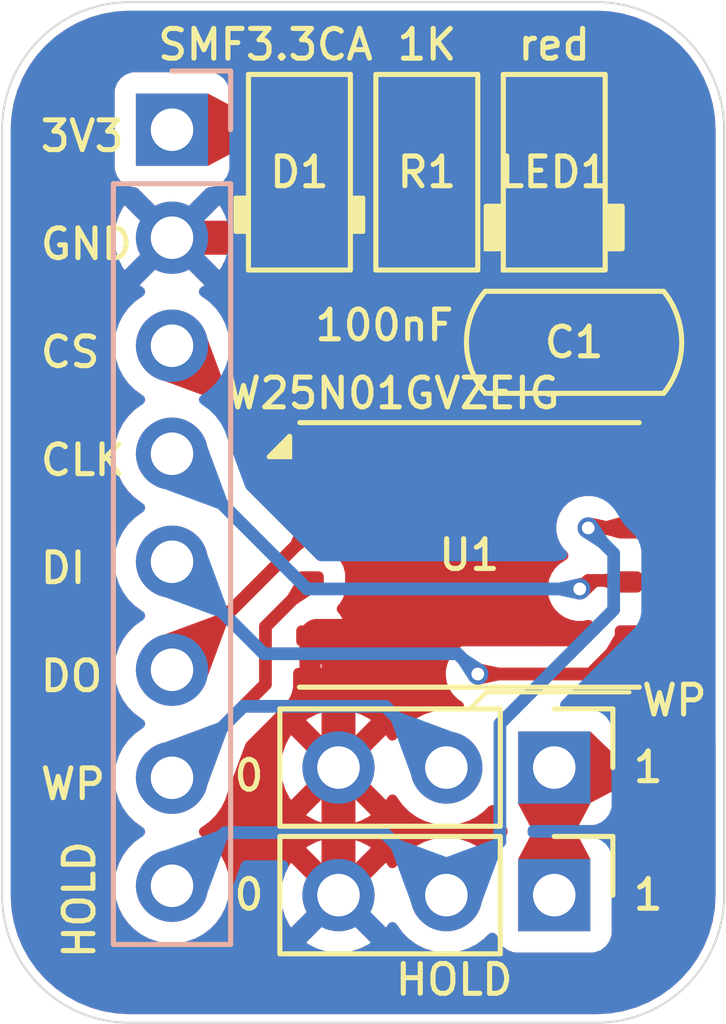
<source format=kicad_pcb>
(kicad_pcb (version 20241229) (generator "pcbnew") (generator_version "9.0")
  (layers (0 "F.Cu" signal) (2 "B.Cu" signal) (13 "F.Paste" user) (15 "B.Paste" user) (5 "F.SilkS" user "F.Silkscreen") (7 "B.SilkS" user "B.Silkscreen") (1 "F.Mask" user) (3 "B.Mask" user) (25 "Edge.Cuts" user))
  (net 0 "")
  (net 1 "+3.3V")
  (net 2 "GND")
  (net 3 "/CLK")
  (net 4 "/DO")
  (net 5 "/DI")
  (net 6 "/CS")
  (net 7 "Net-(LED1-A)")
  (net 8 "/WP")
  (net 9 "/HOLD")
  (footprint "PCM_Resistor_SMD_AKL:R_1206_3216Metric" (layer "F.Cu") (at 109 67 90)
    (property "Reference" "R1" (at 0 0 0) (layer "F.SilkS") (effects (font (size 0.7 0.7) (thickness 0.12))))
    (property "Value" "1K" (at 3 0 180) (layer "F.SilkS") (effects (font (size 0.7 0.7) (thickness 0.12))))
    (fp_line (start 2.3 -1.2) (end -2.3 -1.2) (stroke (width 0.12)) (layer "F.SilkS"))
    (fp_line (start -2.3 -1.2) (end -2.3 1.2) (stroke (width 0.12)) (layer "F.SilkS"))
    (fp_line (start 2.3 1.2) (end 2.3 -1.2) (stroke (width 0.12)) (layer "F.SilkS"))
    (fp_line (start -2.3 1.2) (end 2.3 1.2) (stroke (width 0.12)) (layer "F.SilkS"))
    (pad "1" smd roundrect (at -1.4625 0 90) (size 1.125 1.75) (layers "F.Cu" "F.Mask" "F.Paste") (roundrect_rratio 0.222222) (net 1 "+3.3V"))
    (pad "2" smd roundrect (at 1.4625 0 90) (size 1.125 1.75) (layers "F.Cu" "F.Mask" "F.Paste") (roundrect_rratio 0.222222) (net 7 "Net-(LED1-A)"))
  )
  (footprint "PCM_Diode_SMD_AKL:D_SOD-123F" (layer "F.Cu") (at 106 67 90)
    (property "Reference" "D1" (at 0 0 180) (layer "F.SilkS") (effects (font (size 0.7 0.7) (thickness 0.12))))
    (property "Value" "SMF3.3CA" (at 3 -0.8 0) (layer "F.SilkS") (effects (font (size 0.7 0.7) (thickness 0.12))))
    (fp_line (start 2.3 -1.2) (end -2.3 -1.2) (stroke (width 0.12)) (layer "F.SilkS"))
    (fp_line (start -2.3 -1.2) (end -2.3 1.2) (stroke (width 0.12)) (layer "F.SilkS"))
    (fp_line (start 2.3 1.2) (end 2.3 -1.2) (stroke (width 0.12)) (layer "F.SilkS"))
    (fp_line (start -2.3 1.2) (end 2.3 1.2) (stroke (width 0.12)) (layer "F.SilkS"))
    (fp_poly (pts (xy -0.6 -1.2) (xy -1.4 -1.2) (xy -1.4 -1.5) (xy -0.6 -1.5)) (stroke (width 0.1)) (fill yes) (layer "F.SilkS"))
    (fp_poly (pts (xy -0.6 1.5) (xy -1.4 1.5) (xy -1.4 1.2) (xy -0.6 1.2)) (stroke (width 0.1)) (fill yes) (layer "F.SilkS"))
    (pad "1" smd roundrect (at -1.4 0 90) (size 1.1 1.1) (layers "F.Cu" "F.Mask" "F.Paste") (roundrect_rratio 0.2272727273) (net 2 "GND"))
    (pad "2" smd roundrect (at 1.4 0 90) (size 1.1 1.1) (layers "F.Cu" "F.Mask" "F.Paste") (roundrect_rratio 0.2272727273) (net 1 "+3.3V"))
  )
  (footprint "Package_SON:WSON-8-1EP_8x6mm_P1.27mm_EP3.4x4.3mm" (layer "F.Cu") (at 110 76)
    (property "Reference" "U1" (at 0 0 0) (layer "F.SilkS") (effects (font (size 0.7 0.7) (thickness 0.12) (bold yes))))
    (property "Value" "W25N01GVZEIG" (at -1.8 -3.8 0) (layer "F.SilkS") (effects (font (size 0.7 0.7) (thickness 0.12))))
    (fp_line (start -4 3.11) (end 4 3.11) (stroke (width 0.12)) (layer "F.SilkS"))
    (fp_line (start -3.99 -3.11) (end 4 -3.11) (stroke (width 0.12)) (layer "F.SilkS"))
    (fp_poly (pts (xy -4.23 -2.31) (xy -4.71 -2.31) (xy -4.23 -2.79)) (stroke (width 0.12)) (fill yes) (layer "F.SilkS"))
    (pad "1" smd roundrect (at -3.75 -1.905) (size 0.65 0.5) (layers "F.Cu" "F.Mask" "F.Paste") (net 6 "/CS"))
    (pad "2" smd roundrect (at -3.75 -0.635) (size 0.65 0.5) (layers "F.Cu" "F.Mask" "F.Paste") (net 4 "/DO"))
    (pad "3" smd roundrect (at -3.75 0.635) (size 0.65 0.5) (layers "F.Cu" "F.Mask" "F.Paste") (net 8 "/WP"))
    (pad "4" smd roundrect (at -3.75 1.905) (size 0.65 0.5) (layers "F.Cu" "F.Mask" "F.Paste") (net 2 "GND"))
    (pad "5" smd roundrect (at 3.75 1.905) (size 0.65 0.5) (layers "F.Cu" "F.Mask" "F.Paste") (net 5 "/DI"))
    (pad "6" smd roundrect (at 3.75 0.635) (size 0.65 0.5) (layers "F.Cu" "F.Mask" "F.Paste") (net 3 "/CLK"))
    (pad "7" smd roundrect (at 3.75 -0.635) (size 0.65 0.5) (layers "F.Cu" "F.Mask" "F.Paste") (net 9 "/HOLD"))
    (pad "8" smd roundrect (at 3.75 -1.905) (size 0.65 0.5) (layers "F.Cu" "F.Mask" "F.Paste") (net 1 "+3.3V"))
    (pad "9" smd rect (at 0 0) (size 3.4 4.3) (property pad_prop_heatsink) (layers "F.Cu" "F.Mask") (net 2 "GND"))
  )
  (footprint "PCM_LED_SMD_AKL:LED_1206_3216Metric" (layer "F.Cu") (at 112 67 90)
    (property "Reference" "LED1" (at 0 0 0) (layer "F.SilkS") (effects (font (size 0.7 0.7) (thickness 0.12))))
    (property "Value" "red" (at 3 0 180) (layer "F.SilkS") (effects (font (size 0.7 0.7) (thickness 0.12))))
    (fp_rect (start -1.8 -1.6) (end -0.8 -1.2) (stroke (width 0.12)) (fill yes) (layer "F.SilkS"))
    (fp_rect (start -2.3 -1.2) (end 2.3 1.2) (stroke (width 0.12)) (fill no) (layer "F.SilkS"))
    (fp_rect (start -1.8 1.2) (end -0.8 1.6) (stroke (width 0.12)) (fill yes) (layer "F.SilkS"))
    (pad "1" smd roundrect (at -1.4 0 90) (size 1.25 1.75) (layers "F.Cu" "F.Mask" "F.Paste") (roundrect_rratio 0.2) (net 2 "GND"))
    (pad "2" smd roundrect (at 1.4 0 90) (size 1.25 1.75) (layers "F.Cu" "F.Mask" "F.Paste") (roundrect_rratio 0.2) (net 7 "Net-(LED1-A)"))
  )
  (footprint "PCM_Capacitor_SMD_AKL:C_1206_3216Metric" (layer "F.Cu") (at 112.475 71 180)
    (property "Reference" "C1" (at 0.007669 0 180) (layer "F.SilkS") (effects (font (size 0.7 0.7) (thickness 0.12))))
    (property "Value" "100nF" (at 4.475 0.4 0) (layer "F.SilkS") (effects (font (size 0.7 0.7) (thickness 0.12))))
    (fp_line (start 2.1 -1.2) (end -2.1 -1.2) (stroke (width 0.12)) (layer "F.SilkS"))
    (fp_line (start -2.1 1.2) (end 2.1 1.2) (stroke (width 0.12)) (layer "F.SilkS"))
    (fp_arc (start 2.1 -1.2) (mid 2.541962 0) (end 2.1 1.2) (stroke (width 0.12)) (layer "F.SilkS"))
    (fp_arc (start -2.1 1.2) (mid -2.526625 0) (end -2.1 -1.2) (stroke (width 0.12)) (layer "F.SilkS"))
    (pad "1" smd roundrect (at -1.475 0 180) (size 1.15 1.8) (layers "F.Cu" "F.Mask" "F.Paste") (roundrect_rratio 0.217391) (net 1 "+3.3V"))
    (pad "2" smd roundrect (at 1.475 0 180) (size 1.15 1.8) (layers "F.Cu" "F.Mask" "F.Paste") (roundrect_rratio 0.217391) (net 2 "GND"))
  )
  (footprint "Connector_PinHeader_2.54mm:PinHeader_1x03_P2.54mm_Vertical" (layer "F.Cu") (at 112 84 -90)
    (property "Reference" "J3" (hide yes))
    (property "Value" "Conn_01x03" (hide yes))
    (fp_line (start -1.38 6.46) (end 1.38 6.46) (stroke (width 0.12)) (layer "F.SilkS"))
    (fp_line (start -1.38 1.27) (end -1.38 6.46) (stroke (width 0.12)) (layer "F.SilkS"))
    (fp_line (start -1.38 1.27) (end 1.38 1.27) (stroke (width 0.12)) (layer "F.SilkS"))
    (fp_line (start 1.38 1.27) (end 1.38 6.46) (stroke (width 0.12)) (layer "F.SilkS"))
    (fp_line (start -1.38 0) (end -1.38 -1.38) (stroke (width 0.12)) (layer "F.SilkS"))
    (fp_line (start -1.38 -1.38) (end 0 -1.38) (stroke (width 0.12)) (layer "F.SilkS"))
    (pad "1" thru_hole rect (at 0 0 270) (size 1.7 1.7) (drill 1) (layers "*.Cu" "*.Mask") (net 1 "+3.3V"))
    (pad "2" thru_hole circle (at 0 2.54 270) (size 1.7 1.7) (drill 1) (layers "*.Cu" "*.Mask") (net 9 "/HOLD"))
    (pad "3" thru_hole circle (at 0 5.08 270) (size 1.7 1.7) (drill 1) (layers "*.Cu" "*.Mask") (net 2 "GND"))
  )
  (footprint "Connector_PinHeader_2.54mm:PinHeader_1x03_P2.54mm_Vertical" (layer "F.Cu") (at 112 81 -90)
    (property "Reference" "J2" (hide yes))
    (property "Value" "Conn_01x03" (hide yes))
    (fp_line (start -1.38 6.46) (end 1.38 6.46) (stroke (width 0.12)) (layer "F.SilkS"))
    (fp_line (start -1.38 1.27) (end -1.38 6.46) (stroke (width 0.12)) (layer "F.SilkS"))
    (fp_line (start -1.38 1.27) (end 1.38 1.27) (stroke (width 0.12)) (layer "F.SilkS"))
    (fp_line (start 1.38 1.27) (end 1.38 6.46) (stroke (width 0.12)) (layer "F.SilkS"))
    (fp_line (start -1.38 0) (end -1.38 -1.38) (stroke (width 0.12)) (layer "F.SilkS"))
    (fp_line (start -1.38 -1.38) (end 0 -1.38) (stroke (width 0.12)) (layer "F.SilkS"))
    (pad "1" thru_hole rect (at 0 0 270) (size 1.7 1.7) (drill 1) (layers "*.Cu" "*.Mask") (net 1 "+3.3V"))
    (pad "2" thru_hole circle (at 0 2.54 270) (size 1.7 1.7) (drill 1) (layers "*.Cu" "*.Mask") (net 8 "/WP"))
    (pad "3" thru_hole circle (at 0 5.08 270) (size 1.7 1.7) (drill 1) (layers "*.Cu" "*.Mask") (net 2 "GND"))
  )
  (footprint "Connector_PinHeader_2.54mm:PinHeader_1x08_P2.54mm_Vertical" (layer "B.Cu") (at 103 66 180)
    (property "Reference" "J1" (hide yes))
    (property "Value" "Conn_01x08" (hide yes))
    (fp_line (start 1.38 -1.27) (end 1.38 -19.16) (stroke (width 0.12)) (layer "B.SilkS"))
    (fp_line (start -1.38 1.38) (end 0 1.38) (stroke (width 0.12)) (layer "B.SilkS"))
    (fp_line (start -1.38 0) (end -1.38 1.38) (stroke (width 0.12)) (layer "B.SilkS"))
    (fp_line (start -1.38 -1.27) (end 1.38 -1.27) (stroke (width 0.12)) (layer "B.SilkS"))
    (fp_line (start -1.38 -1.27) (end -1.38 -19.16) (stroke (width 0.12)) (layer "B.SilkS"))
    (fp_line (start -1.38 -19.16) (end 1.38 -19.16) (stroke (width 0.12)) (layer "B.SilkS"))
    (pad "1" thru_hole rect (at 0 0 180) (size 1.7 1.7) (drill 1) (layers "*.Cu" "*.Mask") (net 1 "+3.3V"))
    (pad "2" thru_hole circle (at 0 -2.54 180) (size 1.7 1.7) (drill 1) (layers "*.Cu" "*.Mask") (net 2 "GND"))
    (pad "3" thru_hole circle (at 0 -5.08 180) (size 1.7 1.7) (drill 1) (layers "*.Cu" "*.Mask") (net 6 "/CS"))
    (pad "4" thru_hole circle (at 0 -7.62 180) (size 1.7 1.7) (drill 1) (layers "*.Cu" "*.Mask") (net 3 "/CLK"))
    (pad "5" thru_hole circle (at 0 -10.16 180) (size 1.7 1.7) (drill 1) (layers "*.Cu" "*.Mask") (net 5 "/DI"))
    (pad "6" thru_hole circle (at 0 -12.7 180) (size 1.7 1.7) (drill 1) (layers "*.Cu" "*.Mask") (net 4 "/DO"))
    (pad "7" thru_hole circle (at 0 -15.24 180) (size 1.7 1.7) (drill 1) (layers "*.Cu" "*.Mask") (net 8 "/WP"))
    (pad "8" thru_hole circle (at 0 -17.78 180) (size 1.7 1.7) (drill 1) (layers "*.Cu" "*.Mask") (net 9 "/HOLD"))
  )
  (gr_line (start 113.77 79.23) (end 110.4 79.23) (stroke (width 0.1)) (layer "F.SilkS"))
  (gr_line (start 110.4 79.23) (end 110.03 79.6) (stroke (width 0.1)) (layer "F.SilkS"))
  (gr_arc (start 113 63) (mid 115.12132 63.87868) (end 116 66) (stroke (width 0.05)) (layer "Edge.Cuts"))
  (gr_line (start 113 87) (end 102 87) (stroke (width 0.05)) (layer "Edge.Cuts"))
  (gr_line (start 99 84) (end 99 66) (stroke (width 0.05)) (layer "Edge.Cuts"))
  (gr_arc (start 99 66) (mid 99.87868 63.87868) (end 102 63) (stroke (width 0.05)) (layer "Edge.Cuts"))
  (gr_line (start 102 63) (end 113 63) (stroke (width 0.05)) (layer "Edge.Cuts"))
  (gr_arc (start 116 84) (mid 115.12132 86.12132) (end 113 87) (stroke (width 0.05)) (layer "Edge.Cuts"))
  (gr_arc (start 102 87) (mid 99.87868 86.12132) (end 99 84) (stroke (width 0.05)) (layer "Edge.Cuts"))
  (gr_line (start 116 66) (end 116 84) (stroke (width 0.05)) (layer "Edge.Cuts"))
  (gr_text "0" (at 104.4 81.6 0) (layer "F.SilkS") (effects (font (size 0.7 0.7) (thickness 0.12) (bold yes)) (justify left bottom)))
  (gr_text "1" (at 113.8 81.4 0) (layer "F.SilkS") (effects (font (size 0.7 0.7) (thickness 0.12) (bold yes)) (justify left bottom)))
  (gr_text "DO" (at 99.84 79.26 0) (layer "F.SilkS") (effects (font (size 0.7 0.7) (thickness 0.12) (bold yes)) (justify left bottom)))
  (gr_text "HOLD" (at 108.2 86.4 0) (layer "F.SilkS") (effects (font (size 0.7 0.7) (thickness 0.12) (bold yes)) (justify left bottom)))
  (gr_text "HOLD" (at 101.23 85.55 90) (layer "F.SilkS") (effects (font (size 0.7 0.7) (thickness 0.12) (bold yes)) (justify left bottom)))
  (gr_text "GND" (at 99.84 69.1 0) (layer "F.SilkS") (effects (font (size 0.7 0.7) (thickness 0.12) (bold yes)) (justify left bottom)))
  (gr_text "WP" (at 114 79.831802 0) (layer "F.SilkS") (effects (font (size 0.7 0.7) (thickness 0.12) (bold yes)) (justify left bottom)))
  (gr_text "DI" (at 99.84 76.72 0) (layer "F.SilkS") (effects (font (size 0.7 0.7) (thickness 0.12) (bold yes)) (justify left bottom)))
  (gr_text "CS" (at 99.84 71.64 0) (layer "F.SilkS") (effects (font (size 0.7 0.7) (thickness 0.12) (bold yes)) (justify left bottom)))
  (gr_text "WP" (at 99.84 81.8 0) (layer "F.SilkS") (effects (font (size 0.7 0.7) (thickness 0.12) (bold yes)) (justify left bottom)))
  (gr_text "0" (at 104.4 84.4 0) (layer "F.SilkS") (effects (font (size 0.7 0.7) (thickness 0.12) (bold yes)) (justify left bottom)))
  (gr_text "1" (at 113.8 84.4 0) (layer "F.SilkS") (effects (font (size 0.7 0.7) (thickness 0.12) (bold yes)) (justify left bottom)))
  (gr_text "3V3" (at 99.84 66.56 0) (layer "F.SilkS") (effects (font (size 0.7 0.7) (thickness 0.12) (bold yes)) (justify left bottom)))
  (gr_text "CLK" (at 99.84 74.18 0) (layer "F.SilkS") (effects (font (size 0.7 0.7) (thickness 0.12) (bold yes)) (justify left bottom)))
  (segment (start 113.95 67.95) (end 113.95 71) (width 0.8) (layer "F.Cu") (net 1))
  (segment (start 115 79.65) (end 113.65 81) (width 0.8) (layer "F.Cu") (net 1))
  (segment (start 112 81) (end 112 84) (width 0.8) (layer "F.Cu") (net 1))
  (segment (start 105.6 66) (end 106 65.6) (width 0.8) (layer "F.Cu") (net 1))
  (segment (start 109 68.4625) (end 110.4625 67) (width 0.8) (layer "F.Cu") (net 1))
  (segment (start 110.4625 67) (end 113 67) (width 0.8) (layer "F.Cu") (net 1))
  (segment (start 113.75 71.2) (end 113.95 71) (width 0.8) (layer "F.Cu") (net 1))
  (segment (start 113.75 74.095) (end 113.75 71.2) (width 0.8) (layer "F.Cu") (net 1))
  (segment (start 106.1375 65.6) (end 109 68.4625) (width 0.8) (layer "F.Cu") (net 1))
  (segment (start 115 75.020001) (end 115 79.65) (width 0.8) (layer "F.Cu") (net 1))
  (segment (start 113.65 81) (end 112 81) (width 0.8) (layer "F.Cu") (net 1))
  (segment (start 114.074999 74.095) (end 115 75.020001) (width 0.8) (layer "F.Cu") (net 1))
  (segment (start 113.75 74.095) (end 114.074999 74.095) (width 0.8) (layer "F.Cu") (net 1))
  (segment (start 103 66) (end 105.6 66) (width 0.8) (layer "F.Cu") (net 1))
  (segment (start 113 67) (end 113.95 67.95) (width 0.8) (layer "F.Cu") (net 1))
  (segment (start 106 65.6) (end 106.1375 65.6) (width 0.8) (layer "F.Cu") (net 1))
  (segment (start 112 70) (end 111 71) (width 0.8) (layer "F.Cu") (net 2))
  (segment (start 103 68.54) (end 105.86 68.54) (width 0.8) (layer "F.Cu") (net 2))
  (segment (start 111 75) (end 108.095 77.905) (width 0.8) (layer "F.Cu") (net 2))
  (segment (start 108.095 77.905) (end 106.4125 77.905) (width 0.8) (layer "F.Cu") (net 2))
  (segment (start 106 68.4) (end 108.6 71) (width 0.8) (layer "F.Cu") (net 2))
  (segment (start 112 68.4) (end 112 70) (width 0.8) (layer "F.Cu") (net 2))
  (segment (start 106.4125 77.905) (end 106.92 78.4125) (width 0.8) (layer "F.Cu") (net 2))
  (segment (start 105.86 68.54) (end 106 68.4) (width 0.8) (layer "F.Cu") (net 2))
  (segment (start 111 71) (end 111 75) (width 0.8) (layer "F.Cu") (net 2))
  (segment (start 108.6 71) (end 111 71) (width 0.8) (layer "F.Cu") (net 2))
  (segment (start 106.92 78.4125) (end 106.92 84) (width 0.8) (layer "F.Cu") (net 2))
  (segment (start 112.8 76.6) (end 113.715 76.6) (width 0.3) (layer "F.Cu") (net 3))
  (segment (start 113.715 76.6) (end 113.75 76.635) (width 0.3) (layer "F.Cu") (net 3))
  (segment (start 112.6 76.8) (end 112.8 76.6) (width 0.3) (layer "F.Cu") (net 3))
  (via (at 112.6 76.8) (size 0.5) (drill 0.3) (layers "F.Cu" "B.Cu") (net 3))
  (segment (start 112.6 76.8) (end 106.18 76.8) (width 0.3) (layer "B.Cu") (net 3))
  (segment (start 106.18 76.8) (end 103 73.62) (width 0.3) (layer "B.Cu") (net 3))
  (segment (start 103 78.7) (end 106.25 75.45) (width 0.3) (layer "F.Cu") (net 4))
  (segment (start 106.25 75.45) (end 106.25 75.365) (width 0.3) (layer "F.Cu") (net 4))
  (segment (start 110.2 78.8) (end 112.855 78.8) (width 0.3) (layer "F.Cu") (net 5))
  (segment (start 112.855 78.8) (end 113.75 77.905) (width 0.3) (layer "F.Cu") (net 5))
  (via (at 110.2 78.8) (size 0.5) (drill 0.3) (layers "F.Cu" "B.Cu") (net 5))
  (segment (start 110.2 78.8) (end 109.723419 78.323419) (width 0.3) (layer "B.Cu") (net 5))
  (segment (start 109.723419 78.323419) (end 105.163419 78.323419) (width 0.3) (layer "B.Cu") (net 5))
  (segment (start 105.163419 78.323419) (end 103 76.16) (width 0.3) (layer "B.Cu") (net 5))
  (segment (start 103 71.08) (end 106.015 74.095) (width 0.3) (layer "F.Cu") (net 6))
  (segment (start 106.015 74.095) (end 106.25 74.095) (width 0.3) (layer "F.Cu") (net 6))
  (segment (start 111.9375 65.5375) (end 112 65.6) (width 0.5) (layer "F.Cu") (net 7))
  (segment (start 109 65.5375) (end 111.9375 65.5375) (width 0.5) (layer "F.Cu") (net 7))
  (segment (start 105.2 79.04) (end 105.2 77.685) (width 0.3) (layer "F.Cu") (net 8))
  (segment (start 103 81.24) (end 105.2 79.04) (width 0.3) (layer "F.Cu") (net 8))
  (segment (start 105.2 77.685) (end 106.25 76.635) (width 0.3) (layer "F.Cu") (net 8))
  (segment (start 108.02 79.56) (end 104.68 79.56) (width 0.3) (layer "B.Cu") (net 8))
  (segment (start 109.46 81) (end 108.02 79.56) (width 0.3) (layer "B.Cu") (net 8))
  (segment (start 104.68 79.56) (end 103 81.24) (width 0.3) (layer "B.Cu") (net 8))
  (segment (start 112.8 75.365) (end 113.5875 75.365) (width 0.3) (layer "F.Cu") (net 9))
  (via (at 112.8 75.365) (size 0.5) (drill 0.3) (layers "F.Cu" "B.Cu") (net 9))
  (segment (start 113.4 77.289) (end 110.721 79.968) (width 0.3) (layer "B.Cu") (net 9))
  (segment (start 107.99 82.53) (end 109.46 84) (width 0.3) (layer "B.Cu") (net 9))
  (segment (start 113.4 75.965) (end 113.4 77.289) (width 0.3) (layer "B.Cu") (net 9))
  (segment (start 110.721 79.968) (end 110.721 82.739) (width 0.3) (layer "B.Cu") (net 9))
  (segment (start 110.721 82.739) (end 109.46 84) (width 0.3) (layer "B.Cu") (net 9))
  (segment (start 104.25 82.53) (end 107.99 82.53) (width 0.3) (layer "B.Cu") (net 9))
  (segment (start 112.8 75.365) (end 113.4 75.965) (width 0.3) (layer "B.Cu") (net 9))
  (segment (start 103 83.78) (end 104.25 82.53) (width 0.3) (layer "B.Cu") (net 9))
  (zone (net 2) (net_name "GND") (layers "F.Cu" "B.Cu") (name "GND") (priority 3) (connect_pads (clearance 0.5)) (min_thickness 0.25) (fill yes (thermal_gap 0.5) (thermal_bridge_width 0.5))
    (polygon (pts (xy 99 63) (xy 99 87) (xy 116 87) (xy 116 63)))
  )
)
</source>
